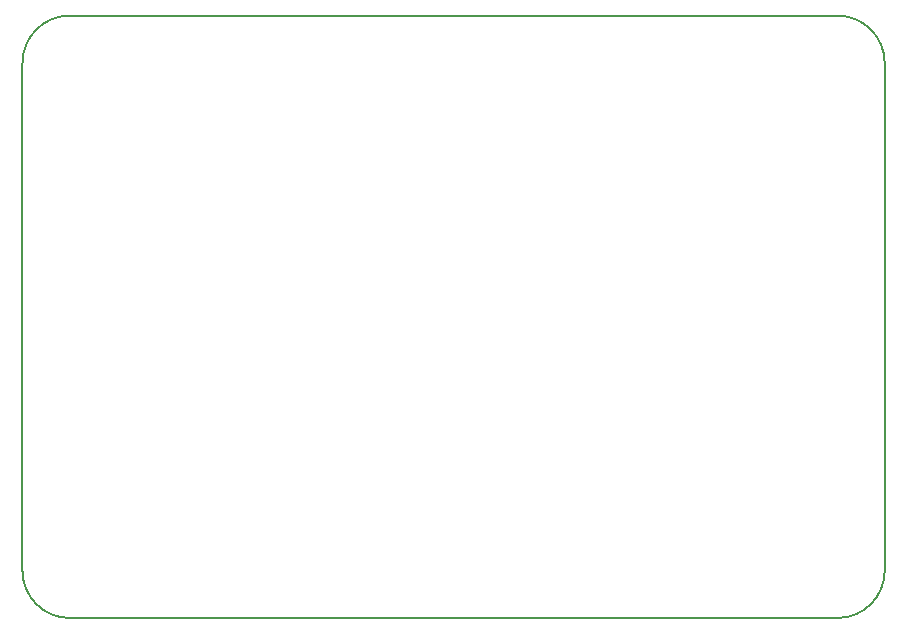
<source format=gbr>
%TF.GenerationSoftware,KiCad,Pcbnew,5.1.9+dfsg1-1+deb11u1*%
%TF.CreationDate,2022-11-29T20:17:50-05:00*%
%TF.ProjectId,Weather_Station_PCB,57656174-6865-4725-9f53-746174696f6e,rev?*%
%TF.SameCoordinates,Original*%
%TF.FileFunction,Profile,NP*%
%FSLAX46Y46*%
G04 Gerber Fmt 4.6, Leading zero omitted, Abs format (unit mm)*
G04 Created by KiCad (PCBNEW 5.1.9+dfsg1-1+deb11u1) date 2022-11-29 20:17:50*
%MOMM*%
%LPD*%
G01*
G04 APERTURE LIST*
%TA.AperFunction,Profile*%
%ADD10C,0.150000*%
%TD*%
G04 APERTURE END LIST*
D10*
X127000000Y-65000000D02*
X192000000Y-65000000D01*
X123000000Y-112000000D02*
X123000000Y-69000000D01*
X192000000Y-116000000D02*
X127000000Y-116000000D01*
X196000000Y-69000000D02*
X196000000Y-112000000D01*
X127000000Y-116000000D02*
G75*
G02*
X123000000Y-112000000I0J4000000D01*
G01*
X196000000Y-112000000D02*
G75*
G02*
X192000000Y-116000000I-4000000J0D01*
G01*
X123000000Y-69000000D02*
G75*
G02*
X127000000Y-65000000I4000000J0D01*
G01*
X192000000Y-65000000D02*
G75*
G02*
X196000000Y-69000000I0J-4000000D01*
G01*
M02*

</source>
